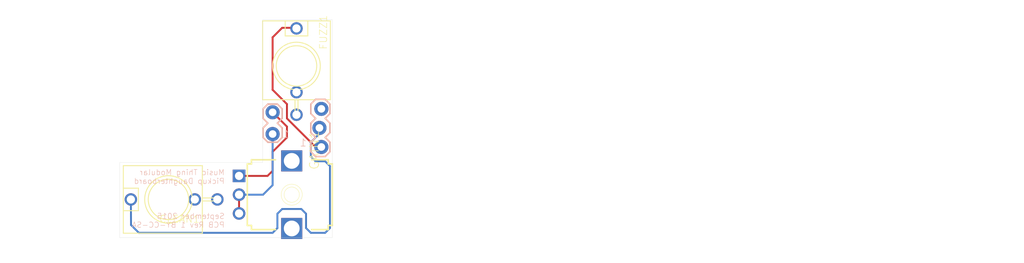
<source format=kicad_pcb>
(kicad_pcb (version 20171130) (host pcbnew 5.1.6-c6e7f7d~87~ubuntu20.04.1)

  (general
    (thickness 1.6)
    (drawings 42)
    (tracks 38)
    (zones 0)
    (modules 5)
    (nets 8)
  )

  (page A4)
  (layers
    (0 Top signal)
    (1 Route2 signal)
    (2 Route15 signal)
    (31 Bottom signal)
    (32 B.Adhes user)
    (33 F.Adhes user)
    (34 B.Paste user)
    (35 F.Paste user)
    (36 B.SilkS user)
    (37 F.SilkS user)
    (38 B.Mask user)
    (39 F.Mask user)
    (40 Dwgs.User user)
    (41 Cmts.User user)
    (42 Eco1.User user)
    (43 Eco2.User user)
    (44 Edge.Cuts user)
    (45 Margin user)
    (46 B.CrtYd user)
    (47 F.CrtYd user)
    (48 B.Fab user)
    (49 F.Fab user)
  )

  (setup
    (last_trace_width 0.25)
    (trace_clearance 0.1524)
    (zone_clearance 0.508)
    (zone_45_only no)
    (trace_min 0.2)
    (via_size 0.8)
    (via_drill 0.4)
    (via_min_size 0.4)
    (via_min_drill 0.3)
    (uvia_size 0.3)
    (uvia_drill 0.1)
    (uvias_allowed no)
    (uvia_min_size 0.2)
    (uvia_min_drill 0.1)
    (edge_width 0.05)
    (segment_width 0.2)
    (pcb_text_width 0.3)
    (pcb_text_size 1.5 1.5)
    (mod_edge_width 0.12)
    (mod_text_size 1 1)
    (mod_text_width 0.15)
    (pad_size 1.524 1.524)
    (pad_drill 0.762)
    (pad_to_mask_clearance 0.05)
    (aux_axis_origin 0 0)
    (visible_elements FFFFFF7F)
    (pcbplotparams
      (layerselection 0x010fc_ffffffff)
      (usegerberextensions false)
      (usegerberattributes true)
      (usegerberadvancedattributes true)
      (creategerberjobfile true)
      (excludeedgelayer true)
      (linewidth 0.100000)
      (plotframeref false)
      (viasonmask false)
      (mode 1)
      (useauxorigin false)
      (hpglpennumber 1)
      (hpglpenspeed 20)
      (hpglpendiameter 15.000000)
      (psnegative false)
      (psa4output false)
      (plotreference true)
      (plotvalue true)
      (plotinvisibletext false)
      (padsonsilk false)
      (subtractmaskfromsilk false)
      (outputformat 1)
      (mirror false)
      (drillshape 1)
      (scaleselection 1)
      (outputdirectory ""))
  )

  (net 0 "")
  (net 1 "Net-(CLEAN1-PadP$3_SLEEVE)")
  (net 2 "Net-(CLEAN1-PadP$2_SWITCH)")
  (net 3 "Net-(CLEAN1-PadP$1_TIP)")
  (net 4 "Net-(GAIN1-Pad2)")
  (net 5 "Net-(GAIN1-Pad1)")
  (net 6 "Net-(FUZZ1-PadP$2_SWITCH)")
  (net 7 "Net-(FUZZ1-PadP$1_TIP)")

  (net_class Default "This is the default net class."
    (clearance 0.1524)
    (trace_width 0.25)
    (via_dia 0.8)
    (via_drill 0.4)
    (uvia_dia 0.3)
    (uvia_drill 0.1)
    (add_net "Net-(CLEAN1-PadP$1_TIP)")
    (add_net "Net-(CLEAN1-PadP$2_SWITCH)")
    (add_net "Net-(CLEAN1-PadP$3_SLEEVE)")
    (add_net "Net-(FUZZ1-PadP$1_TIP)")
    (add_net "Net-(FUZZ1-PadP$2_SWITCH)")
    (add_net "Net-(GAIN1-Pad1)")
    (add_net "Net-(GAIN1-Pad2)")
  )

  (module PickupDaughterBoard:WQP-PJ301M-12_JACK (layer Top) (tedit 0) (tstamp 5F6AA9A7)
    (at 140.8481 114.4236 90)
    (path /1BCD3F59)
    (fp_text reference CLEAN1 (at -3.175 -1.27 180) (layer F.SilkS)
      (effects (font (size 0.9652 0.9652) (thickness 0.077216)) (justify left bottom))
    )
    (fp_text value THONKICONNNEW (at 0 0 90) (layer F.SilkS) hide
      (effects (font (size 1.27 1.27) (thickness 0.15)))
    )
    (fp_poly (pts (xy -2.8 2.8) (xy 2.8 2.8) (xy 2.8 -2.8) (xy -2.8 -2.8)) (layer Dwgs.User) (width 0))
    (fp_line (start 0.2 6.7) (end 0.2 4.5) (layer F.SilkS) (width 0.127))
    (fp_line (start -0.2 6.7) (end 0.2 6.7) (layer F.SilkS) (width 0.127))
    (fp_line (start -0.2 4.6) (end -0.2 6.7) (layer F.SilkS) (width 0.127))
    (fp_circle (center 0 0) (end 2.690721 0) (layer F.SilkS) (width 0.127))
    (fp_line (start 1.5 -4) (end 1.5 -6) (layer F.SilkS) (width 0.127))
    (fp_line (start -1.5 -4) (end 1.5 -4) (layer F.SilkS) (width 0.127))
    (fp_line (start -1.5 -6) (end -1.5 -4) (layer F.SilkS) (width 0.127))
    (fp_circle (center 0 0) (end 3.162275 0) (layer F.SilkS) (width 0.127))
    (fp_line (start 4.5 4.5) (end 4.5 -6) (layer F.SilkS) (width 0.127))
    (fp_line (start 0.2 4.5) (end 4.5 4.5) (layer F.SilkS) (width 0.127))
    (fp_line (start -4.5 4.5) (end 0.2 4.5) (layer F.SilkS) (width 0.127))
    (fp_line (start -4.5 -6) (end -4.5 4.5) (layer F.SilkS) (width 0.127))
    (fp_line (start 1.5 -6) (end 4.5 -6) (layer F.SilkS) (width 0.127))
    (fp_line (start -1.5 -6) (end 1.5 -6) (layer F.SilkS) (width 0.127))
    (fp_line (start -4.5 -6) (end -1.5 -6) (layer F.SilkS) (width 0.127))
    (pad P$3_SLEEVE thru_hole circle (at 0 6.5 90) (size 1.65 1.65) (drill 1.1) (layers *.Cu *.Mask)
      (net 1 "Net-(CLEAN1-PadP$3_SLEEVE)") (solder_mask_margin 0.0508))
    (pad P$2_SWITCH thru_hole circle (at 0 3.5 90) (size 1.65 1.65) (drill 1.1) (layers *.Cu *.Mask)
      (net 2 "Net-(CLEAN1-PadP$2_SWITCH)") (solder_mask_margin 0.0508))
    (pad P$1_TIP thru_hole circle (at 0 -5 90) (size 1.65 1.65) (drill 1.1) (layers *.Cu *.Mask)
      (net 3 "Net-(CLEAN1-PadP$1_TIP)") (solder_mask_margin 0.0508) (zone_connect 2))
  )

  (module PickupDaughterBoard:EVUF (layer Top) (tedit 0) (tstamp 5F6AA9BD)
    (at 157.2311 113.7886 270)
    (descr "<b>9 mm Square Rotary Potentiometers</b> Vertical, Snap-in<p>\nSource: Panasonic")
    (path /154042F6)
    (fp_text reference GAIN1 (at -3.254 -3.714 90) (layer F.SilkS)
      (effects (font (size 1.2065 1.2065) (thickness 0.09652)) (justify left bottom))
    )
    (fp_text value 50k (at 0.199 5.182 90) (layer F.Fab)
      (effects (font (size 1.2065 1.2065) (thickness 0.09652)) (justify left bottom))
    )
    (fp_circle (center 0 0) (end 1.016 0) (layer F.SilkS) (width 0.0508))
    (fp_poly (pts (xy 2.075 7.325) (xy 2.925 7.325) (xy 2.925 6) (xy 2.075 6)) (layer F.Fab) (width 0))
    (fp_poly (pts (xy -0.425 7.325) (xy 0.425 7.325) (xy 0.425 6) (xy -0.425 6)) (layer F.Fab) (width 0))
    (fp_poly (pts (xy -2.925 7.325) (xy -2.075 7.325) (xy -2.075 6) (xy -2.925 6)) (layer F.Fab) (width 0))
    (fp_circle (center 0 0) (end 1.397 0) (layer F.SilkS) (width 0.0508))
    (fp_line (start 4.65 2.15) (end 4.65 5.35) (layer F.SilkS) (width 0.2032))
    (fp_line (start 4.65 -4.85) (end 4.65 -2.65) (layer F.SilkS) (width 0.2032))
    (fp_line (start -4.65 5.35) (end -4.65 2.15) (layer F.SilkS) (width 0.2032))
    (fp_line (start -4.65 -2.65) (end -4.65 -4.85) (layer F.SilkS) (width 0.2032))
    (fp_line (start 4.65 -4.85) (end 4.1 -4.85) (layer F.SilkS) (width 0.2032))
    (fp_line (start 4.1 -4.85) (end 4.1 -5.4) (layer F.SilkS) (width 0.2032))
    (fp_line (start 4.1 5.9) (end 4.1 5.35) (layer F.SilkS) (width 0.2032))
    (fp_line (start 4.1 5.35) (end 4.65 5.35) (layer F.SilkS) (width 0.2032))
    (fp_line (start -4.65 5.35) (end -4.1 5.35) (layer F.SilkS) (width 0.2032))
    (fp_line (start -4.1 5.35) (end -4.1 5.9) (layer F.SilkS) (width 0.2032))
    (fp_line (start -4.1 -5.4) (end -4.1 -4.85) (layer F.SilkS) (width 0.2032))
    (fp_line (start -4.1 -4.85) (end -4.65 -4.85) (layer F.SilkS) (width 0.2032))
    (fp_line (start 5.5 -0.9) (end 4.75 -0.9) (layer F.Fab) (width 0.2032))
    (fp_line (start 5.5 0.9) (end 5.5 -0.9) (layer F.Fab) (width 0.2032))
    (fp_line (start 4.75 0.9) (end 5.5 0.9) (layer F.Fab) (width 0.2032))
    (fp_line (start -5.5 0.9) (end -4.75 0.9) (layer F.Fab) (width 0.2032))
    (fp_line (start -5.5 -0.9) (end -5.5 0.9) (layer F.Fab) (width 0.2032))
    (fp_line (start -4.75 -0.9) (end -5.5 -0.9) (layer F.Fab) (width 0.2032))
    (fp_line (start -4.65 5.35) (end -4.65 -4.85) (layer F.Fab) (width 0.2032))
    (fp_line (start 4.1 5.9) (end -4.1 5.9) (layer F.SilkS) (width 0.2032))
    (fp_line (start 4.65 -4.85) (end 4.65 5.35) (layer F.Fab) (width 0.2032))
    (fp_line (start -4.1 -5.4) (end 4.1 -5.4) (layer F.SilkS) (width 0.2032))
    (pad M2 thru_hole rect (at -4.5 0 180) (size 2.8 2.8) (drill 2.1) (layers *.Cu *.Mask)
      (solder_mask_margin 0.0508))
    (pad M1 thru_hole rect (at 4.5 0 180) (size 2.8 2.8) (drill 2.1) (layers *.Cu *.Mask)
      (solder_mask_margin 0.0508))
    (pad 3 thru_hole circle (at 2.5 7 180) (size 1.6764 1.6764) (drill 1.1) (layers *.Cu *.Mask)
      (net 4 "Net-(GAIN1-Pad2)") (solder_mask_margin 0.0508))
    (pad 2 thru_hole circle (at 0 7 180) (size 1.6764 1.6764) (drill 1.1) (layers *.Cu *.Mask)
      (net 4 "Net-(GAIN1-Pad2)") (solder_mask_margin 0.0508))
    (pad 1 thru_hole rect (at -2.5 7 180) (size 1.6764 1.6764) (drill 1.1) (layers *.Cu *.Mask)
      (net 5 "Net-(GAIN1-Pad1)") (solder_mask_margin 0.0508))
  )

  (module PickupDaughterBoard:WQP-PJ301M-12_JACK (layer Top) (tedit 0) (tstamp 5F6AA9E0)
    (at 157.8661 96.6436)
    (path /75B62B52)
    (fp_text reference FUZZ1 (at 4.1402 -2.1336 90) (layer F.SilkS)
      (effects (font (size 0.9652 0.9652) (thickness 0.077216)) (justify left bottom))
    )
    (fp_text value THONKICONNNEW (at 0 0) (layer F.SilkS) hide
      (effects (font (size 1.27 1.27) (thickness 0.15)))
    )
    (fp_poly (pts (xy -2.8 2.8) (xy 2.8 2.8) (xy 2.8 -2.8) (xy -2.8 -2.8)) (layer Dwgs.User) (width 0))
    (fp_line (start 0.2 6.7) (end 0.2 4.5) (layer F.SilkS) (width 0.127))
    (fp_line (start -0.2 6.7) (end 0.2 6.7) (layer F.SilkS) (width 0.127))
    (fp_line (start -0.2 4.6) (end -0.2 6.7) (layer F.SilkS) (width 0.127))
    (fp_circle (center 0 0) (end 2.690721 0) (layer F.SilkS) (width 0.127))
    (fp_line (start 1.5 -4) (end 1.5 -6) (layer F.SilkS) (width 0.127))
    (fp_line (start -1.5 -4) (end 1.5 -4) (layer F.SilkS) (width 0.127))
    (fp_line (start -1.5 -6) (end -1.5 -4) (layer F.SilkS) (width 0.127))
    (fp_circle (center 0 0) (end 3.162275 0) (layer F.SilkS) (width 0.127))
    (fp_line (start 4.5 4.5) (end 4.5 -6) (layer F.SilkS) (width 0.127))
    (fp_line (start 0.2 4.5) (end 4.5 4.5) (layer F.SilkS) (width 0.127))
    (fp_line (start -4.5 4.5) (end 0.2 4.5) (layer F.SilkS) (width 0.127))
    (fp_line (start -4.5 -6) (end -4.5 4.5) (layer F.SilkS) (width 0.127))
    (fp_line (start 1.5 -6) (end 4.5 -6) (layer F.SilkS) (width 0.127))
    (fp_line (start -1.5 -6) (end 1.5 -6) (layer F.SilkS) (width 0.127))
    (fp_line (start -4.5 -6) (end -1.5 -6) (layer F.SilkS) (width 0.127))
    (pad P$3_SLEEVE thru_hole circle (at 0 6.5) (size 1.65 1.65) (drill 1.1) (layers *.Cu *.Mask)
      (net 1 "Net-(CLEAN1-PadP$3_SLEEVE)") (solder_mask_margin 0.0508))
    (pad P$2_SWITCH thru_hole circle (at 0 3.5) (size 1.65 1.65) (drill 1.1) (layers *.Cu *.Mask)
      (net 6 "Net-(FUZZ1-PadP$2_SWITCH)") (solder_mask_margin 0.0508))
    (pad P$1_TIP thru_hole circle (at 0 -5) (size 1.65 1.65) (drill 1.1) (layers *.Cu *.Mask)
      (net 7 "Net-(FUZZ1-PadP$1_TIP)") (solder_mask_margin 0.0508) (zone_connect 2))
  )

  (module PickupDaughterBoard:1X02_LOCK (layer Bottom) (tedit 0) (tstamp 5F6AA9F6)
    (at 154.6911 105.5336 90)
    (path /FA93C76E)
    (fp_text reference JP2 (at -1.3462 1.8288 90) (layer B.SilkS) hide
      (effects (font (size 1.2065 1.2065) (thickness 0.127)) (justify right bottom mirror))
    )
    (fp_text value M02LOCK (at -1.27 -3.175 90) (layer B.Fab) hide
      (effects (font (size 1.2065 1.2065) (thickness 0.1016)) (justify right bottom mirror))
    )
    (fp_poly (pts (xy 2.2479 -0.2921) (xy 2.8321 -0.2921) (xy 2.8321 0.2921) (xy 2.2479 0.2921)) (layer B.Fab) (width 0))
    (fp_poly (pts (xy -0.2921 -0.2921) (xy 0.2921 -0.2921) (xy 0.2921 0.2921) (xy -0.2921 0.2921)) (layer B.Fab) (width 0))
    (fp_line (start 3.81 0.635) (end 3.81 -0.635) (layer B.SilkS) (width 0.2032))
    (fp_line (start 0.635 -1.27) (end -0.635 -1.27) (layer B.SilkS) (width 0.2032))
    (fp_line (start -1.27 -0.635) (end -0.635 -1.27) (layer B.SilkS) (width 0.2032))
    (fp_line (start -0.635 1.27) (end -1.27 0.635) (layer B.SilkS) (width 0.2032))
    (fp_line (start -1.27 0.635) (end -1.27 -0.635) (layer B.SilkS) (width 0.2032))
    (fp_line (start 1.905 -1.27) (end 1.27 -0.635) (layer B.SilkS) (width 0.2032))
    (fp_line (start 3.175 -1.27) (end 1.905 -1.27) (layer B.SilkS) (width 0.2032))
    (fp_line (start 3.81 -0.635) (end 3.175 -1.27) (layer B.SilkS) (width 0.2032))
    (fp_line (start 3.175 1.27) (end 3.81 0.635) (layer B.SilkS) (width 0.2032))
    (fp_line (start 1.905 1.27) (end 3.175 1.27) (layer B.SilkS) (width 0.2032))
    (fp_line (start 1.27 0.635) (end 1.905 1.27) (layer B.SilkS) (width 0.2032))
    (fp_line (start 1.27 -0.635) (end 0.635 -1.27) (layer B.SilkS) (width 0.2032))
    (fp_line (start 0.635 1.27) (end 1.27 0.635) (layer B.SilkS) (width 0.2032))
    (fp_line (start -0.635 1.27) (end 0.635 1.27) (layer B.SilkS) (width 0.2032))
    (pad 2 thru_hole circle (at 2.7178 0) (size 1.8796 1.8796) (drill 1.016) (layers *.Cu *.Mask)
      (net 5 "Net-(GAIN1-Pad1)") (solder_mask_margin 0.0508))
    (pad 1 thru_hole circle (at -0.1778 0) (size 1.8796 1.8796) (drill 1.016) (layers *.Cu *.Mask)
      (net 4 "Net-(GAIN1-Pad2)") (solder_mask_margin 0.0508))
  )

  (module PickupDaughterBoard:1X03_LOCK (layer Bottom) (tedit 0) (tstamp 5F6AAA0B)
    (at 161.0411 107.4386 90)
    (path /ACD8E5B6)
    (fp_text reference JP3 (at -1.3462 1.8288 90) (layer B.SilkS) hide
      (effects (font (size 1.2065 1.2065) (thickness 0.127)) (justify right bottom mirror))
    )
    (fp_text value M03LOCK (at -1.27 -3.175 90) (layer B.Fab)
      (effects (font (size 1.2065 1.2065) (thickness 0.09652)) (justify right bottom mirror))
    )
    (fp_poly (pts (xy -0.254 -0.254) (xy 0.254 -0.254) (xy 0.254 0.254) (xy -0.254 0.254)) (layer B.Fab) (width 0))
    (fp_poly (pts (xy 2.286 -0.254) (xy 2.794 -0.254) (xy 2.794 0.254) (xy 2.286 0.254)) (layer B.Fab) (width 0))
    (fp_poly (pts (xy 4.826 -0.254) (xy 5.334 -0.254) (xy 5.334 0.254) (xy 4.826 0.254)) (layer B.Fab) (width 0))
    (fp_line (start 6.35 0.635) (end 6.35 -0.635) (layer B.SilkS) (width 0.2032))
    (fp_line (start 0.635 -1.27) (end -0.635 -1.27) (layer B.SilkS) (width 0.2032))
    (fp_line (start -1.27 -0.635) (end -0.635 -1.27) (layer B.SilkS) (width 0.2032))
    (fp_line (start -0.635 1.27) (end -1.27 0.635) (layer B.SilkS) (width 0.2032))
    (fp_line (start -1.27 0.635) (end -1.27 -0.635) (layer B.SilkS) (width 0.2032))
    (fp_line (start 1.905 -1.27) (end 1.27 -0.635) (layer B.SilkS) (width 0.2032))
    (fp_line (start 3.175 -1.27) (end 1.905 -1.27) (layer B.SilkS) (width 0.2032))
    (fp_line (start 3.81 -0.635) (end 3.175 -1.27) (layer B.SilkS) (width 0.2032))
    (fp_line (start 3.175 1.27) (end 3.81 0.635) (layer B.SilkS) (width 0.2032))
    (fp_line (start 1.905 1.27) (end 3.175 1.27) (layer B.SilkS) (width 0.2032))
    (fp_line (start 1.27 0.635) (end 1.905 1.27) (layer B.SilkS) (width 0.2032))
    (fp_line (start 1.27 -0.635) (end 0.635 -1.27) (layer B.SilkS) (width 0.2032))
    (fp_line (start 0.635 1.27) (end 1.27 0.635) (layer B.SilkS) (width 0.2032))
    (fp_line (start -0.635 1.27) (end 0.635 1.27) (layer B.SilkS) (width 0.2032))
    (fp_line (start 4.445 -1.27) (end 3.81 -0.635) (layer B.SilkS) (width 0.2032))
    (fp_line (start 5.715 -1.27) (end 4.445 -1.27) (layer B.SilkS) (width 0.2032))
    (fp_line (start 6.35 -0.635) (end 5.715 -1.27) (layer B.SilkS) (width 0.2032))
    (fp_line (start 5.715 1.27) (end 6.35 0.635) (layer B.SilkS) (width 0.2032))
    (fp_line (start 4.445 1.27) (end 5.715 1.27) (layer B.SilkS) (width 0.2032))
    (fp_line (start 3.81 0.635) (end 4.445 1.27) (layer B.SilkS) (width 0.2032))
    (pad 3 thru_hole circle (at 5.08 0.127) (size 1.8796 1.8796) (drill 1.016) (layers *.Cu *.Mask)
      (net 1 "Net-(CLEAN1-PadP$3_SLEEVE)") (solder_mask_margin 0.0508))
    (pad 2 thru_hole circle (at 2.54 -0.127) (size 1.8796 1.8796) (drill 1.016) (layers *.Cu *.Mask)
      (net 3 "Net-(CLEAN1-PadP$1_TIP)") (solder_mask_margin 0.0508))
    (pad 1 thru_hole circle (at 0 0.127) (size 1.8796 1.8796) (drill 1.016) (layers *.Cu *.Mask)
      (net 7 "Net-(FUZZ1-PadP$1_TIP)") (solder_mask_margin 0.0508))
  )

  (gr_line (start 134.3711 109.5036) (end 134.3711 119.5036) (layer Edge.Cuts) (width 0.0254) (tstamp 80E421E0))
  (gr_line (start 134.3711 119.5036) (end 162.6311 119.5036) (layer Edge.Cuts) (width 0.0254) (tstamp 80E42640))
  (gr_line (start 162.6311 119.5036) (end 162.6311 90.5036) (layer Edge.Cuts) (width 0.0254) (tstamp 80E42A90))
  (gr_line (start 162.6311 90.5036) (end 153.3711 90.5036) (layer Edge.Cuts) (width 0.0254) (tstamp 80E42F00))
  (gr_line (start 153.3711 90.5036) (end 153.3711 109.5036) (layer Edge.Cuts) (width 0.0254) (tstamp 80E43350))
  (gr_line (start 153.3711 109.5036) (end 134.3711 109.5036) (layer Edge.Cuts) (width 0.0254) (tstamp 80E43780))
  (gr_line (start 118.6561 105.1386) (end 238.6561 105.1386) (layer F.Fab) (width 0.4064) (tstamp 80E43BB0))
  (gr_circle (center 157.2311 114.0286) (end 163.2311 114.0286) (layer F.Fab) (width 0.4064) (tstamp 80E44110))
  (gr_line (start 125.4811 90.2936) (end 133.7361 90.2936) (layer F.Fab) (width 0.4064) (tstamp 80E44560))
  (gr_line (start 133.7361 90.2936) (end 245.4961 90.2936) (layer F.Fab) (width 0.4064) (tstamp 80E44A20))
  (gr_line (start 245.4961 90.2936) (end 254.3861 90.2936) (layer F.Fab) (width 0.4064) (tstamp 80E44EF0))
  (gr_line (start 254.3861 90.2936) (end 254.3861 120.1386) (layer F.Fab) (width 0.4064) (tstamp 80E453C0))
  (gr_line (start 254.3861 120.1386) (end 245.4961 120.1386) (layer F.Fab) (width 0.4064) (tstamp 80E458A0))
  (gr_line (start 245.4961 120.1386) (end 125.4811 120.1386) (layer F.Fab) (width 0.4064) (tstamp 80E45D90))
  (gr_line (start 125.4811 120.1386) (end 125.4811 90.2936) (layer F.Fab) (width 0.4064) (tstamp 80E46270))
  (gr_line (start 162.9461 96.0086) (end 162.9461 114.4236) (layer F.Fab) (width 0.4064) (tstamp 80E46730))
  (gr_line (start 162.9461 114.4236) (end 169.2961 114.4236) (layer F.Fab) (width 0.4064) (tstamp 80E46C10))
  (gr_line (start 169.2961 114.4236) (end 215.6511 114.4236) (layer F.Fab) (width 0.4064) (tstamp 80E470E0))
  (gr_line (start 215.6511 114.4236) (end 238.5111 114.4236) (layer F.Fab) (width 0.4064) (tstamp 80E475A0))
  (gr_line (start 238.5111 114.4236) (end 244.8611 114.4236) (layer F.Fab) (width 0.4064) (tstamp 80E47A60))
  (gr_line (start 244.8611 114.4236) (end 244.8611 96.0086) (layer F.Fab) (width 0.4064) (tstamp 80E47F30))
  (gr_line (start 244.8611 96.0086) (end 238.5111 96.0086) (layer F.Fab) (width 0.4064) (tstamp 80E48410))
  (gr_line (start 238.5111 96.0086) (end 169.2961 96.0086) (layer F.Fab) (width 0.4064) (tstamp 80E48900))
  (gr_line (start 169.2961 96.0086) (end 162.9461 96.0086) (layer F.Fab) (width 0.4064) (tstamp 80E48DF0))
  (gr_line (start 169.2961 114.4236) (end 169.2961 96.0086) (layer F.Fab) (width 0.4064) (tstamp 80E492E0))
  (gr_line (start 238.5111 114.4236) (end 238.5111 96.0086) (layer F.Fab) (width 0.4064) (tstamp 80E497C0))
  (gr_line (start 190.8861 115.0586) (end 190.8861 118.8686) (layer F.Fab) (width 0.4064) (tstamp 80E49CA0))
  (gr_line (start 190.8861 118.8686) (end 215.6511 118.8686) (layer F.Fab) (width 0.4064) (tstamp 80E4A170))
  (gr_line (start 215.6511 118.8686) (end 215.6511 114.4236) (layer F.Fab) (width 0.4064) (tstamp 80E4A630))
  (gr_line (start 133.7361 119.5036) (end 133.7361 90.2936) (layer F.Fab) (width 0.4064) (tstamp 80E4AAE0))
  (gr_line (start 129.9261 114.4236) (end 127.3861 114.4236) (layer F.Fab) (width 0.4064) (tstamp 80E4AF90))
  (gr_line (start 127.3861 114.4236) (end 127.3861 109.9786) (layer F.Fab) (width 0.4064) (tstamp 80E4B460))
  (gr_line (start 127.3861 109.9786) (end 129.9261 109.9786) (layer F.Fab) (width 0.4064) (tstamp 80E4B930))
  (gr_line (start 129.9261 109.9786) (end 129.9261 114.4236) (layer F.Fab) (width 0.4064) (tstamp 80E4BE00))
  (gr_line (start 245.4961 120.1386) (end 245.4961 90.2936) (layer F.Fab) (width 0.4064) (tstamp 80E4C2D0))
  (gr_line (start 249.3061 115.6936) (end 252.4811 115.6936) (layer F.Fab) (width 0.4064) (tstamp 80E4C7B0))
  (gr_line (start 252.4811 115.6936) (end 252.4811 109.9786) (layer F.Fab) (width 0.4064) (tstamp 80E4CC80))
  (gr_line (start 252.4811 109.9786) (end 249.3061 109.9786) (layer F.Fab) (width 0.4064) (tstamp 80E4D150))
  (gr_line (start 249.3061 109.9786) (end 249.3061 115.6936) (layer F.Fab) (width 0.4064) (tstamp 80E4D620))
  (gr_text 1 (at 156.9771 106.2956) (layer B.SilkS) (tstamp 80E4DBC0)
    (effects (font (size 0.9652 0.9652) (thickness 0.08128)) (justify left bottom mirror))
  )
  (gr_text 1 (at 159.2631 107.4386) (layer B.SilkS) (tstamp 80E4E0B0)
    (effects (font (size 0.9652 0.9652) (thickness 0.08128)) (justify left bottom mirror))
  )
  (gr_text "Music Thing Modular\nPickup Daughterboard\n\n\n\nSeptember 2015 \nPCB Rev 1 BY-CC-SA" (at 148.3411 118.2336) (layer B.SilkS) (tstamp 80E4E570)
    (effects (font (size 0.7239 0.7239) (thickness 0.06096)) (justify left bottom mirror))
  )

  (segment (start 150.2311 116.2886) (end 150.2311 113.7886) (width 0.254) (layer Top) (net 4) (tstamp 80E8BDC0))
  (segment (start 150.2311 113.7886) (end 153.4211 113.7886) (width 0.254) (layer Bottom) (net 4) (tstamp 80E8C2C0))
  (segment (start 153.4211 113.7886) (end 154.6911 112.5186) (width 0.254) (layer Bottom) (net 4) (tstamp 80E8C760))
  (segment (start 154.6911 112.5186) (end 154.6911 105.7114) (width 0.254) (layer Bottom) (net 4) (tstamp 80E8CC00))
  (segment (start 161.1681 107.4386) (end 160.4061 107.4386) (width 0.254) (layer Top) (net 7) (tstamp 80E8D630))
  (segment (start 160.4061 107.4386) (end 156.5961 103.6286) (width 0.254) (layer Top) (net 7) (tstamp 80E8DB70))
  (segment (start 156.5961 103.6286) (end 156.5961 101.7236) (width 0.254) (layer Top) (net 7) (tstamp 80E8E050))
  (segment (start 156.5961 101.7236) (end 154.6911 99.8186) (width 0.254) (layer Top) (net 7) (tstamp 80E8E520))
  (segment (start 154.6911 99.8186) (end 154.6911 92.8336) (width 0.254) (layer Top) (net 7) (tstamp 80E8E9E0))
  (segment (start 154.6911 92.8336) (end 155.9611 91.5636) (width 0.254) (layer Top) (net 7) (tstamp 80E8EE90))
  (segment (start 155.9611 91.5636) (end 157.7861 91.5636) (width 0.254) (layer Top) (net 7) (tstamp 80E8F330))
  (segment (start 157.7861 91.5636) (end 157.8661 91.6436) (width 0.254) (layer Top) (net 7) (tstamp 80E8F7E0))
  (segment (start 135.8481 114.4236) (end 135.8711 117.8286) (width 0.254) (layer Bottom) (net 3) (tstamp 80E90220))
  (segment (start 135.8711 117.8286) (end 136.9111 118.8686) (width 0.254) (layer Bottom) (net 3) (tstamp 80E90700))
  (segment (start 136.9111 118.8686) (end 154.6911 118.8686) (width 0.254) (layer Bottom) (net 3) (tstamp 80E90B80))
  (segment (start 159.7711 106.8036) (end 161.0411 105.5336) (width 0.254) (layer Bottom) (net 3) (tstamp 80E91020))
  (segment (start 161.0411 105.5336) (end 161.0411 105.0256) (width 0.254) (layer Bottom) (net 3) (tstamp 80E914C0))
  (segment (start 161.0411 105.0256) (end 160.9141 104.8986) (width 0.254) (layer Bottom) (net 3) (tstamp 80E91970))
  (segment (start 154.6911 118.8686) (end 155.3261 118.2336) (width 0.254) (layer Bottom) (net 3) (tstamp 80E91E40))
  (segment (start 155.3261 118.2336) (end 155.3261 116.3286) (width 0.254) (layer Bottom) (net 3) (tstamp 80E922F0))
  (segment (start 155.3261 116.3286) (end 155.9611 115.6936) (width 0.254) (layer Bottom) (net 3) (tstamp 80E927B0))
  (segment (start 155.9611 115.6936) (end 158.5011 115.6936) (width 0.254) (layer Bottom) (net 3) (tstamp 80E92C60))
  (segment (start 158.5011 115.6936) (end 159.1361 116.3286) (width 0.254) (layer Bottom) (net 3) (tstamp 80E93100))
  (segment (start 159.1361 116.3286) (end 159.1361 118.2336) (width 0.254) (layer Bottom) (net 3) (tstamp 80E935B0))
  (segment (start 159.1361 118.2336) (end 159.7711 118.8686) (width 0.254) (layer Bottom) (net 3) (tstamp 80E93A70))
  (segment (start 159.7711 118.8686) (end 161.6761 118.8686) (width 0.254) (layer Bottom) (net 3) (tstamp 80E93F20))
  (segment (start 161.6761 118.8686) (end 162.3111 118.2336) (width 0.254) (layer Bottom) (net 3) (tstamp 80E943D0))
  (segment (start 162.3111 118.2336) (end 162.3111 109.9786) (width 0.254) (layer Bottom) (net 3) (tstamp 80E94880))
  (segment (start 162.3111 109.9786) (end 161.6761 109.3436) (width 0.254) (layer Bottom) (net 3) (tstamp 80E94D20))
  (segment (start 161.6761 109.3436) (end 160.4061 109.3436) (width 0.254) (layer Bottom) (net 3) (tstamp 80E951D0))
  (segment (start 160.4061 109.3436) (end 159.7711 108.7086) (width 0.254) (layer Bottom) (net 3) (tstamp 80E95690))
  (segment (start 159.7711 108.7086) (end 159.7711 106.8036) (width 0.254) (layer Bottom) (net 3) (tstamp 80E95B50))
  (segment (start 150.2311 111.2886) (end 154.0161 111.2886) (width 0.254) (layer Top) (net 5) (tstamp 80E96550))
  (segment (start 154.0161 111.2886) (end 154.6911 110.6136) (width 0.254) (layer Top) (net 5) (tstamp 80E96A60))
  (segment (start 154.6911 110.6136) (end 154.6911 108.0736) (width 0.254) (layer Top) (net 5) (tstamp 80E96F10))
  (segment (start 154.6911 108.0736) (end 156.5961 106.1686) (width 0.254) (layer Top) (net 5) (tstamp 80E973B0))
  (segment (start 156.5961 106.1686) (end 156.5961 104.7208) (width 0.254) (layer Top) (net 5) (tstamp 80E97870))
  (segment (start 156.5961 104.7208) (end 154.6911 102.8158) (width 0.254) (layer Top) (net 5) (tstamp 80E97D50))

  (zone (net 1) (net_name "Net-(CLEAN1-PadP$3_SLEEVE)") (layer Bottom) (tstamp 80E8A3D0) (hatch edge 0.508)
    (priority 6)
    (connect_pads (clearance 0.000001))
    (min_thickness 0.2032)
    (fill (arc_segments 32) (thermal_gap 0.4564) (thermal_bridge_width 0.4564))
    (polygon
      (pts
        (xy 163.8943 122.894848) (xy 132.901645 120.964773) (xy 132.258919 88.504571) (xy 163.8943 87.861226)
      )
    )
  )
)

</source>
